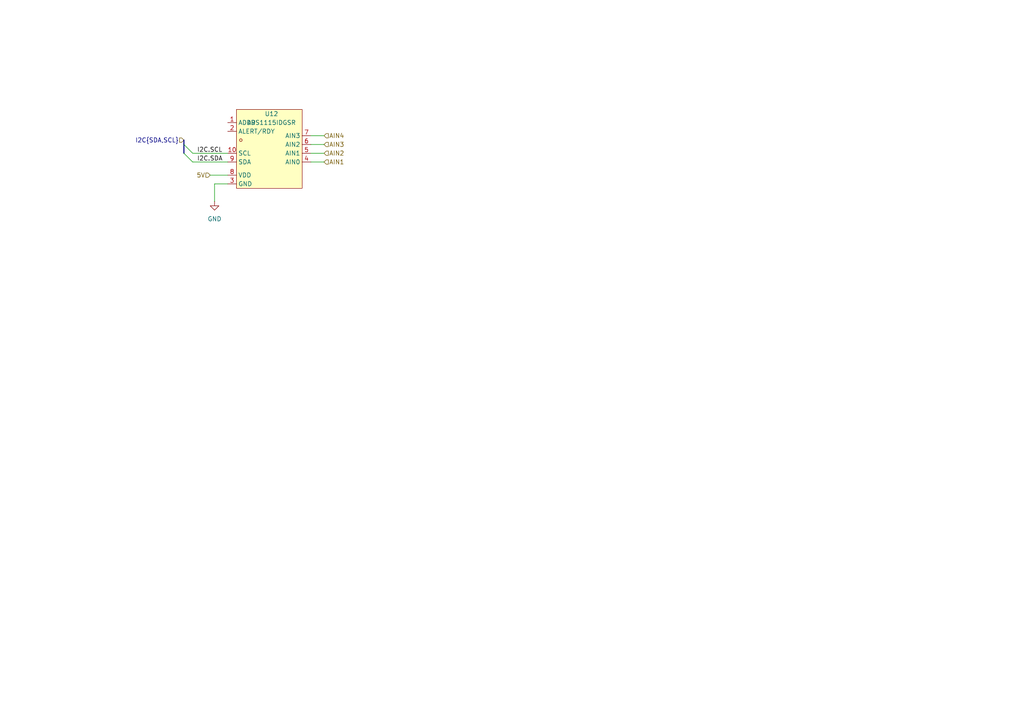
<source format=kicad_sch>
(kicad_sch (version 20250114) (generator "eeschema") (generator_version "9.0")
  (paper "A4")
  (lib_symbols
    (symbol "easyeda2kicad:ADS1115IDGSR"
      (property "Reference" "U" (at -1.778 15.24 0))
      (property "Value" "ADS1115IDGSR" (at 0 -10.16 0))
      (symbol "ADS1115IDGSR_0_1"
        (rectangle (start -10.16 13.97) (end 8.89 -8.89) (fill (type background)))
        (circle (center -8.89 5.08) (radius 0.38))
        (pin unspecified line (at -12.7 10.16 0) (length 2.54) (name "ADDR") (number "1"))
        (pin unspecified line (at -12.7 7.62 0) (length 2.54) (name "ALERT/RDY") (number "2"))
        (pin unspecified line (at -12.7 1.27 0) (length 2.54) (name "SCL") (number "10"))
        (pin unspecified line (at -12.7 -1.27 0) (length 2.54) (name "SDA") (number "9"))
        (pin unspecified line (at -12.7 -5.08 0) (length 2.54) (name "VDD") (number "8"))
        (pin unspecified line (at -12.7 -7.62 0) (length 2.54) (name "GND") (number "3"))
        (pin unspecified line (at 11.43 6.35 180) (length 2.54) (name "AIN3") (number "7"))
        (pin unspecified line (at 11.43 3.81 180) (length 2.54) (name "AIN2") (number "6"))
        (pin unspecified line (at 11.43 1.27 180) (length 2.54) (name "AIN1") (number "5"))
        (pin unspecified line (at 11.43 -1.27 180) (length 2.54) (name "AIN0") (number "4"))
      )
    )
    (symbol "power:GND" (power) (pin_numbers (hide yes)) (pin_names (offset 0) (hide yes))
      (property "Value" "GND" (at 0 -3.81 0))
      (symbol "GND_0_1"
        (polyline (pts (xy 0 0) (xy 0 -1.27) (xy 1.27 -1.27) (xy 0 -2.54) (xy -1.27 -1.27) (xy 0 -1.27)))
      )
      (symbol "GND_1_1"
        (pin power_in line (at 0 0 270) (length 0) (name "~") (number "1"))
      )
    )
  )
  (bus_entry (at 53.34 44.45) (size 2.54 2.54))
  (bus_entry (at 53.34 41.91) (size 2.54 2.54))
  (wire (pts (xy 55.88 44.45) (xy 66.04 44.45)))
  (bus (pts (xy 53.34 40.64) (xy 53.34 41.91)))
  (wire (pts (xy 66.04 53.34) (xy 62.23 53.34)))
  (bus (pts (xy 53.34 41.91) (xy 53.34 44.45)))
  (wire (pts (xy 62.23 53.34) (xy 62.23 58.42)))
  (wire (pts (xy 90.17 39.37) (xy 93.98 39.37)))
  (wire (pts (xy 60.96 50.8) (xy 66.04 50.8)))
  (wire (pts (xy 90.17 44.45) (xy 93.98 44.45)))
  (wire (pts (xy 90.17 46.99) (xy 93.98 46.99)))
  (wire (pts (xy 55.88 46.99) (xy 66.04 46.99)))
  (wire (pts (xy 90.17 41.91) (xy 93.98 41.91)))
  (label "I2C.SDA" (at 57.15 46.99 0))
  (label "I2C.SCL" (at 57.15 44.45 0))
  (hierarchical_label "AIN4" (shape input) (at 93.98 39.37 0))
  (hierarchical_label "5V" (shape input) (at 60.96 50.8 180))
  (hierarchical_label "AIN2" (shape input) (at 93.98 44.45 0))
  (hierarchical_label "AIN3" (shape input) (at 93.98 41.91 0))
  (hierarchical_label "AIN1" (shape input) (at 93.98 46.99 0))
  (hierarchical_label "I2C{SDA,SCL}" (shape input) (at 53.34 40.64 180))
  (symbol (lib_id "easyeda2kicad:ADS1115IDGSR") (at 78.74 45.72 0) (unit 1)
    (property "Reference" "U12" (at 78.74 33.02 0))
    (property "Value" "ADS1115IDGSR" (at 78.74 35.56 0))
    (property "Footprint" "easyeda2kicad:MSOP-10_L3.0-W3.0-P0.50-LS5.0-BL" (effects (hide yes)))
    (property "Datasheet" "https://lcsc.com/product-detail/Analog-To-Digital-Converters-ADCs_TI_ADS1115IDGSR_ADS1115IDGSR_C37593.html" (effects (hide yes)))
    (property "LCSC Part" "C37593" (effects (hide yes)))
  )
  (symbol (lib_id "power:GND") (at 62.23 58.42 0) (unit 1)
    (property "Reference" "#PWR010" (effects (hide yes)))
    (property "Value" "GND" (at 62.23 63.5 0))
    (property "Description" "Power symbol creates a global label with name \"GND\" , ground" (effects (hide yes)))
  )
)
</source>
